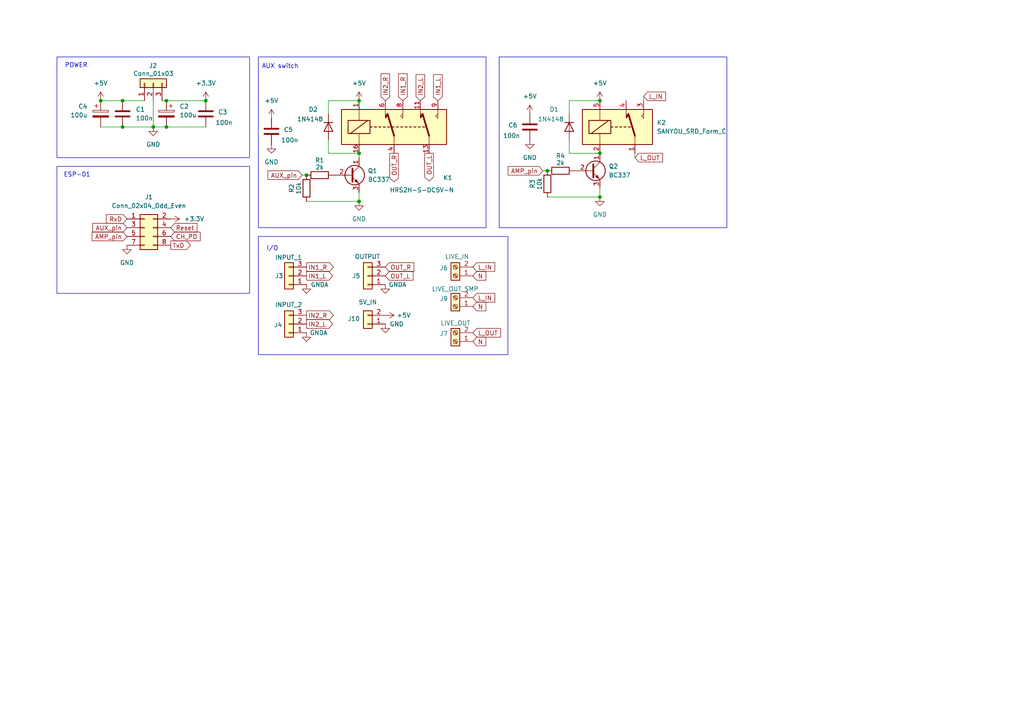
<source format=kicad_sch>
(kicad_sch (version 20231120) (generator "eeschema") (generator_version "8.0")
  (paper "A4")
  (lib_symbols
    (symbol "Connector:Screw_Terminal_01x02" (pin_names (offset 1.016) hide)
      (property "Reference" "J" (at 0 2.54 0))
      (property "Value" "Screw_Terminal_01x02" (at 0 -5.08 0))
      (symbol "Screw_Terminal_01x02_1_1"
        (rectangle (start -1.27 1.27) (end 1.27 -3.81) (stroke (width 0.254)) (fill (type background)))
        (circle (center 0 -2.54) (radius 0.635) (stroke (width 0.1524)))
        (polyline (pts (xy -0.5334 -2.2098) (xy 0.3302 -3.048)) (stroke (width 0.1524)))
        (polyline (pts (xy -0.5334 0.3302) (xy 0.3302 -0.508)) (stroke (width 0.1524)))
        (polyline (pts (xy -0.3556 -2.032) (xy 0.508 -2.8702)) (stroke (width 0.1524)))
        (polyline (pts (xy -0.3556 0.508) (xy 0.508 -0.3302)) (stroke (width 0.1524)))
        (circle (center 0 0) (radius 0.635) (stroke (width 0.1524)))
        (pin passive line (at -5.08 0 0) (length 3.81) (name "Pin_1") (number "1"))
        (pin passive line (at -5.08 -2.54 0) (length 3.81) (name "Pin_2") (number "2"))
      )
    )
    (symbol "Connector_Generic:Conn_01x02" (pin_names (offset 1.016) hide)
      (property "Reference" "J" (at 0 2.54 0))
      (property "Value" "Conn_01x02" (at 0 -5.08 0))
      (symbol "Conn_01x02_1_1"
        (rectangle (start -1.27 -2.413) (end 0 -2.667) (stroke (width 0.1524)))
        (rectangle (start -1.27 0.127) (end 0 -0.127) (stroke (width 0.1524)))
        (rectangle (start -1.27 1.27) (end 1.27 -3.81) (stroke (width 0.254)) (fill (type background)))
        (pin passive line (at -5.08 0 0) (length 3.81) (name "Pin_1") (number "1"))
        (pin passive line (at -5.08 -2.54 0) (length 3.81) (name "Pin_2") (number "2"))
      )
    )
    (symbol "Connector_Generic:Conn_01x03" (pin_names (offset 1.016) hide)
      (property "Reference" "J" (at 0 5.08 0))
      (property "Value" "Conn_01x03" (at 0 -5.08 0))
      (symbol "Conn_01x03_1_1"
        (rectangle (start -1.27 -2.413) (end 0 -2.667) (stroke (width 0.1524)))
        (rectangle (start -1.27 0.127) (end 0 -0.127) (stroke (width 0.1524)))
        (rectangle (start -1.27 2.667) (end 0 2.413) (stroke (width 0.1524)))
        (rectangle (start -1.27 3.81) (end 1.27 -3.81) (stroke (width 0.254)) (fill (type background)))
        (pin passive line (at -5.08 2.54 0) (length 3.81) (name "Pin_1") (number "1"))
        (pin passive line (at -5.08 0 0) (length 3.81) (name "Pin_2") (number "2"))
        (pin passive line (at -5.08 -2.54 0) (length 3.81) (name "Pin_3") (number "3"))
      )
    )
    (symbol "Connector_Generic:Conn_02x04_Odd_Even" (pin_names (offset 1.016) hide)
      (property "Reference" "J" (at 1.27 5.08 0))
      (property "Value" "Conn_02x04_Odd_Even" (at 1.27 -7.62 0))
      (symbol "Conn_02x04_Odd_Even_1_1"
        (rectangle (start -1.27 -4.953) (end 0 -5.207) (stroke (width 0.1524)))
        (rectangle (start -1.27 -2.413) (end 0 -2.667) (stroke (width 0.1524)))
        (rectangle (start -1.27 0.127) (end 0 -0.127) (stroke (width 0.1524)))
        (rectangle (start -1.27 2.667) (end 0 2.413) (stroke (width 0.1524)))
        (rectangle (start -1.27 3.81) (end 3.81 -6.35) (stroke (width 0.254)) (fill (type background)))
        (rectangle (start 3.81 -4.953) (end 2.54 -5.207) (stroke (width 0.1524)))
        (rectangle (start 3.81 -2.413) (end 2.54 -2.667) (stroke (width 0.1524)))
        (rectangle (start 3.81 0.127) (end 2.54 -0.127) (stroke (width 0.1524)))
        (rectangle (start 3.81 2.667) (end 2.54 2.413) (stroke (width 0.1524)))
        (pin passive line (at -5.08 2.54 0) (length 3.81) (name "Pin_1") (number "1"))
        (pin passive line (at 7.62 2.54 180) (length 3.81) (name "Pin_2") (number "2"))
        (pin passive line (at -5.08 0 0) (length 3.81) (name "Pin_3") (number "3"))
        (pin passive line (at 7.62 0 180) (length 3.81) (name "Pin_4") (number "4"))
        (pin passive line (at -5.08 -2.54 0) (length 3.81) (name "Pin_5") (number "5"))
        (pin passive line (at 7.62 -2.54 180) (length 3.81) (name "Pin_6") (number "6"))
        (pin passive line (at -5.08 -5.08 0) (length 3.81) (name "Pin_7") (number "7"))
        (pin passive line (at 7.62 -5.08 180) (length 3.81) (name "Pin_8") (number "8"))
      )
    )
    (symbol "Device:C" (pin_numbers hide) (pin_names (offset 0.254))
      (property "Reference" "C" (at 0.635 2.54 0))
      (property "Value" "C" (at 0.635 -2.54 0))
      (symbol "C_0_1"
        (polyline (pts (xy -2.032 -0.762) (xy 2.032 -0.762)) (stroke (width 0.508)))
        (polyline (pts (xy -2.032 0.762) (xy 2.032 0.762)) (stroke (width 0.508)))
      )
      (symbol "C_1_1"
        (pin passive line (at 0 3.81 270) (length 2.794) (name "~") (number "1"))
        (pin passive line (at 0 -3.81 90) (length 2.794) (name "~") (number "2"))
      )
    )
    (symbol "Device:C_Polarized" (pin_numbers hide) (pin_names (offset 0.254))
      (property "Reference" "C" (at 0.635 2.54 0))
      (property "Value" "C_Polarized" (at 0.635 -2.54 0))
      (symbol "C_Polarized_0_1"
        (rectangle (start -2.286 0.508) (end 2.286 1.016))
        (polyline (pts (xy -1.778 2.286) (xy -0.762 2.286)))
        (polyline (pts (xy -1.27 2.794) (xy -1.27 1.778)))
        (rectangle (start 2.286 -0.508) (end -2.286 -1.016) (fill (type outline)))
      )
      (symbol "C_Polarized_1_1"
        (pin passive line (at 0 3.81 270) (length 2.794) (name "~") (number "1"))
        (pin passive line (at 0 -3.81 90) (length 2.794) (name "~") (number "2"))
      )
    )
    (symbol "Device:R" (pin_numbers hide) (pin_names (offset 0))
      (property "Reference" "R" (at 2.032 0 90))
      (property "Value" "R" (at 0 0 90))
      (symbol "R_0_1"
        (rectangle (start -1.016 -2.54) (end 1.016 2.54) (stroke (width 0.254)))
      )
      (symbol "R_1_1"
        (pin passive line (at 0 3.81 270) (length 1.27) (name "~") (number "1"))
        (pin passive line (at 0 -3.81 90) (length 1.27) (name "~") (number "2"))
      )
    )
    (symbol "Diode:1N4148" (pin_numbers hide) (pin_names hide)
      (property "Reference" "D" (at 0 2.54 0))
      (property "Value" "1N4148" (at 0 -2.54 0))
      (symbol "1N4148_0_1"
        (polyline (pts (xy -1.27 1.27) (xy -1.27 -1.27)) (stroke (width 0.254)))
        (polyline (pts (xy 1.27 0) (xy -1.27 0)))
        (polyline (pts (xy 1.27 1.27) (xy 1.27 -1.27) (xy -1.27 0) (xy 1.27 1.27)) (stroke (width 0.254)))
      )
      (symbol "1N4148_1_1"
        (pin passive line (at -3.81 0 0) (length 2.54) (name "K") (number "1"))
        (pin passive line (at 3.81 0 180) (length 2.54) (name "A") (number "2"))
      )
    )
    (symbol "Relay:G5V-2"
      (property "Reference" "K" (at 16.51 3.81 0))
      (property "Value" "G5V-2" (at 16.51 1.27 0))
      (symbol "G5V-2_0_1"
        (rectangle (start -15.24 5.08) (end 15.24 -5.08) (stroke (width 0.254)) (fill (type background)))
        (rectangle (start -13.335 1.905) (end -6.985 -1.905) (stroke (width 0.254)))
        (polyline (pts (xy -12.7 -1.905) (xy -7.62 1.905)) (stroke (width 0.254)))
        (polyline (pts (xy -10.16 -5.08) (xy -10.16 -1.905)))
        (polyline (pts (xy -10.16 5.08) (xy -10.16 1.905)))
        (polyline (pts (xy -6.985 0) (xy -6.35 0)) (stroke (width 0.254)))
        (polyline (pts (xy -5.715 0) (xy -5.08 0)) (stroke (width 0.254)))
        (polyline (pts (xy -4.445 0) (xy -3.81 0)) (stroke (width 0.254)))
        (polyline (pts (xy -3.175 0) (xy -2.54 0)) (stroke (width 0.254)))
        (polyline (pts (xy -1.905 0) (xy -1.27 0)) (stroke (width 0.254)))
        (polyline (pts (xy -0.635 0) (xy 0 0)) (stroke (width 0.254)))
        (polyline (pts (xy 0 -2.54) (xy -1.905 3.81)) (stroke (width 0.508)))
        (polyline (pts (xy 0 -2.54) (xy 0 -5.08)))
        (polyline (pts (xy 0.635 0) (xy 1.27 0)) (stroke (width 0.254)))
        (polyline (pts (xy 1.905 0) (xy 2.54 0)) (stroke (width 0.254)))
        (polyline (pts (xy 3.175 0) (xy 3.81 0)) (stroke (width 0.254)))
        (polyline (pts (xy 4.445 0) (xy 5.08 0)) (stroke (width 0.254)))
        (polyline (pts (xy 5.715 0) (xy 6.35 0)) (stroke (width 0.254)))
        (polyline (pts (xy 6.985 0) (xy 7.62 0)) (stroke (width 0.254)))
        (polyline (pts (xy 8.255 0) (xy 8.89 0)) (stroke (width 0.254)))
        (polyline (pts (xy 10.16 -2.54) (xy 8.255 3.81)) (stroke (width 0.508)))
        (polyline (pts (xy 10.16 -2.54) (xy 10.16 -5.08)))
        (polyline (pts (xy -2.54 5.08) (xy -2.54 2.54) (xy -1.905 3.175) (xy -2.54 3.81)) (fill (type outline)))
        (polyline (pts (xy 2.54 5.08) (xy 2.54 2.54) (xy 1.905 3.175) (xy 2.54 3.81)))
        (polyline (pts (xy 7.62 5.08) (xy 7.62 2.54) (xy 8.255 3.175) (xy 7.62 3.81)) (fill (type outline)))
        (polyline (pts (xy 12.7 5.08) (xy 12.7 2.54) (xy 12.065 3.175) (xy 12.7 3.81)))
      )
      (symbol "G5V-2_1_1"
        (pin passive line (at -10.16 7.62 270) (length 2.54) (name "~") (number "1"))
        (pin passive line (at 7.62 7.62 270) (length 2.54) (name "~") (number "11"))
        (pin passive line (at 10.16 -7.62 90) (length 2.54) (name "~") (number "13"))
        (pin passive line (at -10.16 -7.62 90) (length 2.54) (name "~") (number "16"))
        (pin passive line (at 0 -7.62 90) (length 2.54) (name "~") (number "4"))
        (pin passive line (at -2.54 7.62 270) (length 2.54) (name "~") (number "6"))
        (pin passive line (at 2.54 7.62 270) (length 2.54) (name "~") (number "8"))
        (pin passive line (at 12.7 7.62 270) (length 2.54) (name "~") (number "9"))
      )
    )
    (symbol "Relay:SANYOU_SRD_Form_C"
      (property "Reference" "K" (at 11.43 3.81 0))
      (property "Value" "SANYOU_SRD_Form_C" (at 11.43 1.27 0))
      (symbol "SANYOU_SRD_Form_C_0_0"
        (polyline (pts (xy 7.62 5.08) (xy 7.62 2.54) (xy 6.985 3.175) (xy 7.62 3.81)))
      )
      (symbol "SANYOU_SRD_Form_C_0_1"
        (rectangle (start -10.16 5.08) (end 10.16 -5.08) (stroke (width 0.254)) (fill (type background)))
        (rectangle (start -8.255 1.905) (end -1.905 -1.905) (stroke (width 0.254)))
        (polyline (pts (xy -7.62 -1.905) (xy -2.54 1.905)) (stroke (width 0.254)))
        (polyline (pts (xy -5.08 -5.08) (xy -5.08 -1.905)))
        (polyline (pts (xy -5.08 5.08) (xy -5.08 1.905)))
        (polyline (pts (xy -1.905 0) (xy -1.27 0)) (stroke (width 0.254)))
        (polyline (pts (xy -0.635 0) (xy 0 0)) (stroke (width 0.254)))
        (polyline (pts (xy 0.635 0) (xy 1.27 0)) (stroke (width 0.254)))
        (polyline (pts (xy 1.905 0) (xy 2.54 0)) (stroke (width 0.254)))
        (polyline (pts (xy 3.175 0) (xy 3.81 0)) (stroke (width 0.254)))
        (polyline (pts (xy 5.08 -2.54) (xy 3.175 3.81)) (stroke (width 0.508)))
        (polyline (pts (xy 5.08 -2.54) (xy 5.08 -5.08)))
      )
      (symbol "SANYOU_SRD_Form_C_1_1"
        (polyline (pts (xy 2.54 3.81) (xy 3.175 3.175) (xy 2.54 2.54) (xy 2.54 5.08)) (fill (type outline)))
        (pin passive line (at 5.08 -7.62 90) (length 2.54) (name "~") (number "1"))
        (pin passive line (at -5.08 -7.62 90) (length 2.54) (name "~") (number "2"))
        (pin passive line (at 7.62 7.62 270) (length 2.54) (name "~") (number "3"))
        (pin passive line (at 2.54 7.62 270) (length 2.54) (name "~") (number "4"))
        (pin passive line (at -5.08 7.62 270) (length 2.54) (name "~") (number "5"))
      )
    )
    (symbol "Transistor_BJT:BC337" (pin_names (offset 0) hide)
      (property "Reference" "Q" (at 5.08 1.905 0))
      (property "Value" "BC337" (at 5.08 0 0))
      (symbol "BC337_0_1"
        (polyline (pts (xy 0 0) (xy 0.635 0)))
        (polyline (pts (xy 0.635 0.635) (xy 2.54 2.54)))
        (polyline (pts (xy 0.635 -0.635) (xy 2.54 -2.54) (xy 2.54 -2.54)))
        (polyline (pts (xy 0.635 1.905) (xy 0.635 -1.905) (xy 0.635 -1.905)) (stroke (width 0.508)))
        (polyline (pts (xy 1.27 -1.778) (xy 1.778 -1.27) (xy 2.286 -2.286) (xy 1.27 -1.778) (xy 1.27 -1.778)) (fill (type outline)))
        (circle (center 1.27 0) (radius 2.8194) (stroke (width 0.254)))
      )
      (symbol "BC337_1_1"
        (pin passive line (at 2.54 5.08 270) (length 2.54) (name "C") (number "1"))
        (pin input line (at -5.08 0 0) (length 5.08) (name "B") (number "2"))
        (pin passive line (at 2.54 -5.08 90) (length 2.54) (name "E") (number "3"))
      )
    )
    (symbol "power:+3.3V" (power) (pin_numbers hide) (pin_names (offset 0) hide)
      (property "Value" "+3.3V" (at 0 3.556 0))
      (symbol "+3.3V_0_1"
        (polyline (pts (xy -0.762 1.27) (xy 0 2.54)))
        (polyline (pts (xy 0 0) (xy 0 2.54)))
        (polyline (pts (xy 0 2.54) (xy 0.762 1.27)))
      )
      (symbol "+3.3V_1_1"
        (pin power_in line (at 0 0 90) (length 0) (name "~") (number "1"))
      )
    )
    (symbol "power:+5V" (power) (pin_numbers hide) (pin_names (offset 0) hide)
      (property "Value" "+5V" (at 0 3.556 0))
      (symbol "+5V_0_1"
        (polyline (pts (xy -0.762 1.27) (xy 0 2.54)))
        (polyline (pts (xy 0 0) (xy 0 2.54)))
        (polyline (pts (xy 0 2.54) (xy 0.762 1.27)))
      )
      (symbol "+5V_1_1"
        (pin power_in line (at 0 0 90) (length 0) (name "~") (number "1"))
      )
    )
    (symbol "power:GND" (power) (pin_numbers hide) (pin_names (offset 0) hide)
      (property "Value" "GND" (at 0 -3.81 0))
      (symbol "GND_0_1"
        (polyline (pts (xy 0 0) (xy 0 -1.27) (xy 1.27 -1.27) (xy 0 -2.54) (xy -1.27 -1.27) (xy 0 -1.27)))
      )
      (symbol "GND_1_1"
        (pin power_in line (at 0 0 270) (length 0) (name "~") (number "1"))
      )
    )
    (symbol "power:GNDA" (power) (pin_numbers hide) (pin_names (offset 0) hide)
      (property "Value" "GNDA" (at 0 -3.81 0))
      (symbol "GNDA_0_1"
        (polyline (pts (xy 0 0) (xy 0 -1.27) (xy 1.27 -1.27) (xy 0 -2.54) (xy -1.27 -1.27) (xy 0 -1.27)))
      )
      (symbol "GNDA_1_1"
        (pin power_in line (at 0 0 270) (length 0) (name "~") (number "1"))
      )
    )
  )
  (junction (at 173.99 57.15))
  (junction (at 173.99 44.45))
  (junction (at 44.45 36.83))
  (junction (at 104.14 44.45))
  (junction (at 104.14 29.21))
  (junction (at 104.14 58.42))
  (junction (at 158.75 49.53))
  (junction (at 173.99 29.21))
  (junction (at 59.69 29.21))
  (junction (at 48.26 29.21))
  (junction (at 88.9 50.8))
  (junction (at 48.26 36.83))
  (junction (at 35.56 29.21))
  (junction (at 29.21 29.21))
  (junction (at 35.56 36.83))
  (wire (pts (xy 104.14 58.42) (xy 104.14 55.88)))
  (wire (pts (xy 95.25 29.21) (xy 104.14 29.21)))
  (wire (pts (xy 184.15 45.72) (xy 184.15 44.45)))
  (wire (pts (xy 48.26 29.21) (xy 59.69 29.21)))
  (wire (pts (xy 87.63 50.8) (xy 88.9 50.8)))
  (wire (pts (xy 35.56 29.21) (xy 41.91 29.21)))
  (wire (pts (xy 35.56 36.83) (xy 44.45 36.83)))
  (wire (pts (xy 35.56 29.21) (xy 29.21 29.21)))
  (wire (pts (xy 46.99 29.21) (xy 48.26 29.21)))
  (wire (pts (xy 44.45 36.83) (xy 48.26 36.83)))
  (wire (pts (xy 104.14 44.45) (xy 104.14 45.72)))
  (wire (pts (xy 88.9 58.42) (xy 104.14 58.42)))
  (wire (pts (xy 165.1 33.02) (xy 165.1 29.21)))
  (wire (pts (xy 95.25 44.45) (xy 95.25 40.64)))
  (wire (pts (xy 95.25 33.02) (xy 95.25 29.21)))
  (wire (pts (xy 165.1 44.45) (xy 165.1 40.64)))
  (wire (pts (xy 157.48 49.53) (xy 158.75 49.53)))
  (wire (pts (xy 173.99 54.61) (xy 173.99 57.15)))
  (wire (pts (xy 186.69 27.94) (xy 186.69 29.21)))
  (wire (pts (xy 173.99 44.45) (xy 165.1 44.45)))
  (wire (pts (xy 104.14 44.45) (xy 95.25 44.45)))
  (wire (pts (xy 44.45 29.21) (xy 44.45 36.83)))
  (wire (pts (xy 29.21 36.83) (xy 35.56 36.83)))
  (wire (pts (xy 165.1 29.21) (xy 173.99 29.21)))
  (wire (pts (xy 158.75 57.15) (xy 173.99 57.15)))
  (wire (pts (xy 48.26 36.83) (xy 59.69 36.83)))
  (rectangle (start 16.51 16.51) (end 72.39 45.72))
  (rectangle (start 74.93 16.51) (end 140.97 66.04))
  (rectangle (start 16.51 48.26) (end 72.39 85.09))
  (rectangle (start 74.93 68.58) (end 147.32 102.87))
  (rectangle (start 144.78 16.51) (end 210.82 66.04))
  (text "AUX switch\n" (at 81.28 19.304 0) (effects (font (size 1.27 1.27))))
  (text "POWER\n" (at 22.098 19.05 0) (effects (font (size 1.27 1.27))))
  (text "I/O\n" (at 78.994 72.136 0) (effects (font (size 1.27 1.27))))
  (text "ESP-01\n" (at 22.352 50.8 0) (effects (font (size 1.27 1.27))))
  (global_label "IN2_R" (shape output) (at 88.9 91.44 0) (property "Intersheetrefs" "${INTERSHEET_REFS}" (effects (hide yes))))
  (global_label "IN2_L" (shape output) (at 88.9 93.98 0) (property "Intersheetrefs" "${INTERSHEET_REFS}" (effects (hide yes))))
  (global_label "RxD" (shape input) (at 36.83 63.5 180) (property "Intersheetrefs" "${INTERSHEET_REFS}" (effects (hide yes))))
  (global_label "AUX_pin" (shape input) (at 87.63 50.8 180) (property "Intersheetrefs" "${INTERSHEET_REFS}" (effects (hide yes))))
  (global_label "L_OUT" (shape input) (at 184.15 45.72 0) (property "Intersheetrefs" "${INTERSHEET_REFS}" (effects (hide yes))))
  (global_label "AUX_pin" (shape input) (at 36.83 66.04 180) (property "Intersheetrefs" "${INTERSHEET_REFS}" (effects (hide yes))))
  (global_label "N" (shape input) (at 137.16 88.9 0) (property "Intersheetrefs" "${INTERSHEET_REFS}" (effects (hide yes))))
  (global_label "OUT_L" (shape input) (at 111.76 80.01 0) (property "Intersheetrefs" "${INTERSHEET_REFS}" (effects (hide yes))))
  (global_label "N" (shape input) (at 137.16 80.01 0) (property "Intersheetrefs" "${INTERSHEET_REFS}" (effects (hide yes))))
  (global_label "TxD" (shape output) (at 49.53 71.12 0) (property "Intersheetrefs" "${INTERSHEET_REFS}" (effects (hide yes))))
  (global_label "IN2_L" (shape input) (at 121.92 29.21 90) (property "Intersheetrefs" "${INTERSHEET_REFS}" (effects (hide yes))))
  (global_label "OUT_R" (shape output) (at 114.3 44.45 270) (property "Intersheetrefs" "${INTERSHEET_REFS}" (effects (hide yes))))
  (global_label "IN1_R" (shape input) (at 116.84 29.21 90) (property "Intersheetrefs" "${INTERSHEET_REFS}" (effects (hide yes))))
  (global_label "L_IN" (shape input) (at 137.16 77.47 0) (property "Intersheetrefs" "${INTERSHEET_REFS}" (effects (hide yes))))
  (global_label "CH_PD" (shape input) (at 49.53 68.58 0) (property "Intersheetrefs" "${INTERSHEET_REFS}" (effects (hide yes))))
  (global_label "AMP_pin" (shape input) (at 157.48 49.53 180) (property "Intersheetrefs" "${INTERSHEET_REFS}" (effects (hide yes))))
  (global_label "L_IN" (shape input) (at 186.69 27.94 0) (property "Intersheetrefs" "${INTERSHEET_REFS}" (effects (hide yes))))
  (global_label "IN2_R" (shape input) (at 111.76 29.21 90) (property "Intersheetrefs" "${INTERSHEET_REFS}" (effects (hide yes))))
  (global_label "IN1_R" (shape output) (at 88.9 77.47 0) (property "Intersheetrefs" "${INTERSHEET_REFS}" (effects (hide yes))))
  (global_label "L_IN" (shape input) (at 137.16 86.36 0) (property "Intersheetrefs" "${INTERSHEET_REFS}" (effects (hide yes))))
  (global_label "IN1_L" (shape input) (at 127 29.21 90) (property "Intersheetrefs" "${INTERSHEET_REFS}" (effects (hide yes))))
  (global_label "OUT_R" (shape input) (at 111.76 77.47 0) (property "Intersheetrefs" "${INTERSHEET_REFS}" (effects (hide yes))))
  (global_label "Reset" (shape input) (at 49.53 66.04 0) (property "Intersheetrefs" "${INTERSHEET_REFS}" (effects (hide yes))))
  (global_label "IN1_L" (shape output) (at 88.9 80.01 0) (property "Intersheetrefs" "${INTERSHEET_REFS}" (effects (hide yes))))
  (global_label "L_OUT" (shape input) (at 137.16 96.52 0) (property "Intersheetrefs" "${INTERSHEET_REFS}" (effects (hide yes))))
  (global_label "AMP_pin" (shape input) (at 36.83 68.58 180) (property "Intersheetrefs" "${INTERSHEET_REFS}" (effects (hide yes))))
  (global_label "N" (shape input) (at 137.16 99.06 0) (property "Intersheetrefs" "${INTERSHEET_REFS}" (effects (hide yes))))
  (global_label "OUT_L" (shape output) (at 124.46 44.45 270) (property "Intersheetrefs" "${INTERSHEET_REFS}" (effects (hide yes))))
  (symbol (lib_id "power:+3.3V") (at 49.53 63.5 270) (unit 1)
    (property "Reference" "#PWR02" (effects (hide yes)))
    (property "Value" "+3.3V" (at 53.34 63.4999 90) (effects (justify left)))
    (property "Description" "Power symbol creates a global label with name \"+3.3V\"" (effects (hide yes)))
  )
  (symbol (lib_id "power:GNDA") (at 111.76 82.55 0) (unit 1)
    (property "Reference" "#PWR018" (effects (hide yes)))
    (property "Value" "GNDA" (at 115.316 82.55 0))
    (property "Description" "Power symbol creates a global label with name \"GNDA\" , analog ground" (effects (hide yes)))
  )
  (symbol (lib_id "power:GND") (at 173.99 57.15 0) (mirror y) (unit 1)
    (property "Reference" "#PWR010" (effects (hide yes)))
    (property "Value" "GND" (at 173.99 62.23 0))
    (property "Description" "Power symbol creates a global label with name \"GND\" , ground" (effects (hide yes)))
  )
  (symbol (lib_id "Connector_Generic:Conn_01x03") (at 83.82 80.01 180) (unit 1)
    (property "Reference" "J3" (at 79.756 80.01 0) (effects (justify right)))
    (property "Value" "INPUT_1" (at 79.756 74.676 0) (effects (justify right)))
    (property "Footprint" "Connector:FanPinHeader_1x03_P2.54mm_Vertical" (effects (hide yes)))
    (property "Description" "Generic connector, single row, 01x03, script generated (kicad-library-utils/schlib/autogen/connector/)" (effects (hide yes)))
  )
  (symbol (lib_id "Connector_Generic:Conn_01x03") (at 106.68 80.01 180) (unit 1)
    (property "Reference" "J5" (at 102.108 80.01 0) (effects (justify right)))
    (property "Value" "OUTPUT" (at 102.87 74.422 0) (effects (justify right)))
    (property "Footprint" "Connector:FanPinHeader_1x03_P2.54mm_Vertical" (effects (hide yes)))
    (property "Description" "Generic connector, single row, 01x03, script generated (kicad-library-utils/schlib/autogen/connector/)" (effects (hide yes)))
  )
  (symbol (lib_id "Connector_Generic:Conn_02x04_Odd_Even") (at 41.91 66.04 0) (unit 1)
    (property "Reference" "J1" (at 43.18 57.15 0))
    (property "Value" "Conn_02x04_Odd_Even" (at 43.18 59.69 0))
    (property "Footprint" "Connector_PinHeader_2.54mm:PinHeader_2x04_P2.54mm_Vertical" (effects (hide yes)))
    (property "Description" "Generic connector, double row, 02x04, odd/even pin numbering scheme (row 1 odd numbers, row 2 even numbers), script generated (kicad-library-utils/schlib/autogen/connector/)" (effects (hide yes)))
  )
  (symbol (lib_id "Device:C_Polarized") (at 29.21 33.02 0) (unit 1)
    (property "Reference" "C4" (at 25.4 30.8609 0) (effects (justify right)))
    (property "Value" "100u" (at 25.4 33.4009 0) (effects (justify right)))
    (property "Footprint" "Capacitor_THT:CP_Radial_Tantal_D4.5mm_P2.50mm" (effects (hide yes)))
    (property "Description" "Polarized capacitor" (effects (hide yes)))
  )
  (symbol (lib_id "Device:R") (at 162.56 49.53 90) (unit 1)
    (property "Reference" "R4" (at 162.56 45.212 90))
    (property "Value" "2k" (at 162.56 47.244 90))
    (property "Footprint" "Resistor_THT:R_Axial_DIN0204_L3.6mm_D1.6mm_P5.08mm_Horizontal" (effects (hide yes)))
    (property "Description" "Resistor" (effects (hide yes)))
  )
  (symbol (lib_id "Diode:1N4148") (at 95.25 36.83 90) (mirror x) (unit 1)
    (property "Reference" "D2" (at 92.202 31.75 90) (effects (justify left)))
    (property "Value" "1N4148" (at 93.726 34.544 90) (effects (justify left)))
    (property "Footprint" "Diode_THT:D_DO-35_SOD27_P7.62mm_Horizontal" (effects (hide yes)))
    (property "Datasheet" "https://assets.nexperia.com/documents/data-sheet/1N4148_1N4448.pdf" (effects (hide yes)))
    (property "Description" "100V 0.15A standard switching diode, DO-35" (effects (hide yes)))
    (property "Sim.Device" "D" (effects (hide yes)))
    (property "Sim.Pins" "1=K 2=A" (effects (hide yes)))
  )
  (symbol (lib_id "power:+5V") (at 111.76 91.44 270) (mirror x) (unit 1)
    (property "Reference" "#PWR016" (effects (hide yes)))
    (property "Value" "+5V" (at 117.094 91.44 90))
    (property "Description" "Power symbol creates a global label with name \"+5V\"" (effects (hide yes)))
  )
  (symbol (lib_id "power:GNDA") (at 88.9 96.52 0) (unit 1)
    (property "Reference" "#PWR015" (effects (hide yes)))
    (property "Value" "GNDA" (at 92.456 96.52 0))
    (property "Description" "Power symbol creates a global label with name \"GNDA\" , analog ground" (effects (hide yes)))
  )
  (symbol (lib_id "Transistor_BJT:BC337") (at 101.6 50.8 0) (unit 1)
    (property "Reference" "Q1" (at 106.68 49.5299 0) (effects (justify left)))
    (property "Value" "BC337" (at 106.68 52.0699 0) (effects (justify left)))
    (property "Footprint" "Package_TO_SOT_THT:TO-92_Inline" (effects (hide yes)))
    (property "Datasheet" "https://diotec.com/tl_files/diotec/files/pdf/datasheets/bc337.pdf" (effects (hide yes)))
    (property "Description" "0.8A Ic, 45V Vce, NPN Transistor, TO-92" (effects (hide yes)))
  )
  (symbol (lib_id "power:GND") (at 36.83 71.12 0) (unit 1)
    (property "Reference" "#PWR01" (effects (hide yes)))
    (property "Value" "GND" (at 36.83 76.2 0))
    (property "Description" "Power symbol creates a global label with name \"GND\" , ground" (effects (hide yes)))
  )
  (symbol (lib_id "power:+5V") (at 104.14 29.21 0) (mirror y) (unit 1)
    (property "Reference" "#PWR07" (effects (hide yes)))
    (property "Value" "+5V" (at 104.14 24.13 0))
    (property "Description" "Power symbol creates a global label with name \"+5V\"" (effects (hide yes)))
  )
  (symbol (lib_id "Relay:G5V-2") (at 114.3 36.83 0) (unit 1)
    (property "Reference" "K1" (at 128.524 51.562 0) (effects (justify left)))
    (property "Value" "HRS2H-S-DC5V-N" (at 113.03 55.118 0) (effects (justify left)))
    (property "Footprint" "Relay_THT:Relay_DPDT_Omron_G5V-2" (effects (hide yes)))
    (property "Datasheet" "http://omronfs.omron.com/en_US/ecb/products/pdf/en-g5v_2.pdf" (effects (hide yes)))
    (property "Description" "Relay Miniature Omron DPDT" (effects (hide yes)))
  )
  (symbol (lib_id "power:+5V") (at 29.21 29.21 0) (unit 1)
    (property "Reference" "#PWR03" (effects (hide yes)))
    (property "Value" "+5V" (at 29.21 24.13 0))
    (property "Description" "Power symbol creates a global label with name \"+5V\"" (effects (hide yes)))
  )
  (symbol (lib_id "power:+5V") (at 173.99 29.21 0) (mirror y) (unit 1)
    (property "Reference" "#PWR011" (effects (hide yes)))
    (property "Value" "+5V" (at 173.99 24.13 0))
    (property "Description" "Power symbol creates a global label with name \"+5V\"" (effects (hide yes)))
  )
  (symbol (lib_id "power:GND") (at 104.14 58.42 0) (mirror y) (unit 1)
    (property "Reference" "#PWR06" (effects (hide yes)))
    (property "Value" "GND" (at 104.14 63.5 0))
    (property "Description" "Power symbol creates a global label with name \"GND\" , ground" (effects (hide yes)))
  )
  (symbol (lib_id "Device:C") (at 153.67 36.83 0) (unit 1)
    (property "Reference" "C6" (at 150.114 36.322 0) (effects (justify right)))
    (property "Value" "100n" (at 150.876 39.37 0) (effects (justify right)))
    (property "Footprint" "Capacitor_THT:C_Disc_D4.3mm_W1.9mm_P5.00mm" (effects (hide yes)))
    (property "Description" "Unpolarized capacitor" (effects (hide yes)))
  )
  (symbol (lib_id "power:+3.3V") (at 59.69 29.21 0) (unit 1)
    (property "Reference" "#PWR05" (effects (hide yes)))
    (property "Value" "+3.3V" (at 59.69 24.13 0))
    (property "Description" "Power symbol creates a global label with name \"+3.3V\"" (effects (hide yes)))
  )
  (symbol (lib_id "Device:R") (at 92.71 50.8 90) (unit 1)
    (property "Reference" "R1" (at 92.71 46.482 90))
    (property "Value" "2k" (at 92.71 48.514 90))
    (property "Footprint" "Resistor_THT:R_Axial_DIN0204_L3.6mm_D1.6mm_P5.08mm_Horizontal" (effects (hide yes)))
    (property "Description" "Resistor" (effects (hide yes)))
  )
  (symbol (lib_id "power:GND") (at 153.67 40.64 0) (unit 1)
    (property "Reference" "#PWR013" (effects (hide yes)))
    (property "Value" "GND" (at 153.67 45.72 0))
    (property "Description" "Power symbol creates a global label with name \"GND\" , ground" (effects (hide yes)))
  )
  (symbol (lib_id "power:+5V") (at 153.67 33.02 0) (unit 1)
    (property "Reference" "#PWR012" (effects (hide yes)))
    (property "Value" "+5V" (at 153.67 27.94 0))
    (property "Description" "Power symbol creates a global label with name \"+5V\"" (effects (hide yes)))
  )
  (symbol (lib_id "power:GND") (at 78.74 41.91 0) (mirror y) (unit 1)
    (property "Reference" "#PWR09" (effects (hide yes)))
    (property "Value" "GND" (at 78.74 46.99 0))
    (property "Description" "Power symbol creates a global label with name \"GND\" , ground" (effects (hide yes)))
  )
  (symbol (lib_id "Connector_Generic:Conn_01x03") (at 44.45 24.13 90) (unit 1)
    (property "Reference" "J2" (at 43.18 19.05 90) (effects (justify right)))
    (property "Value" "Conn_01x03" (at 38.608 21.336 90) (effects (justify right)))
    (property "Footprint" "Connector_PinSocket_1.27mm:PinSocket_1x03_P1.27mm_Vertical" (effects (hide yes)))
    (property "Description" "Generic connector, single row, 01x03, script generated (kicad-library-utils/schlib/autogen/connector/)" (effects (hide yes)))
  )
  (symbol (lib_id "Relay:SANYOU_SRD_Form_C") (at 179.07 36.83 0) (unit 1)
    (property "Reference" "K2" (at 190.5 35.5599 0) (effects (justify left)))
    (property "Value" "SANYOU_SRD_Form_C" (at 190.5 38.0999 0) (effects (justify left)))
    (property "Footprint" "Relay_THT:Relay_SPDT_SANYOU_SRD_Series_Form_C" (effects (hide yes)))
    (property "Datasheet" "http://www.sanyourelay.ca/public/products/pdf/SRD.pdf" (effects (hide yes)))
    (property "Description" "Sanyo SRD relay, Single Pole Miniature Power Relay," (effects (hide yes)))
  )
  (symbol (lib_id "Connector_Generic:Conn_01x03") (at 83.82 93.98 180) (unit 1)
    (property "Reference" "J4" (at 79.502 94.234 0) (effects (justify right)))
    (property "Value" "INPUT_2" (at 79.756 88.392 0) (effects (justify right)))
    (property "Footprint" "Connector:FanPinHeader_1x03_P2.54mm_Vertical" (effects (hide yes)))
    (property "Description" "Generic connector, single row, 01x03, script generated (kicad-library-utils/schlib/autogen/connector/)" (effects (hide yes)))
  )
  (symbol (lib_id "Device:C") (at 78.74 38.1 0) (mirror y) (unit 1)
    (property "Reference" "C5" (at 82.296 37.592 0) (effects (justify right)))
    (property "Value" "100n" (at 81.534 40.64 0) (effects (justify right)))
    (property "Footprint" "Capacitor_THT:C_Disc_D4.3mm_W1.9mm_P5.00mm" (effects (hide yes)))
    (property "Description" "Unpolarized capacitor" (effects (hide yes)))
  )
  (symbol (lib_id "Device:C") (at 59.69 33.02 0) (mirror y) (unit 1)
    (property "Reference" "C3" (at 63.246 32.512 0) (effects (justify right)))
    (property "Value" "100n" (at 62.484 35.56 0) (effects (justify right)))
    (property "Footprint" "Capacitor_THT:C_Disc_D4.3mm_W1.9mm_P5.00mm" (effects (hide yes)))
    (property "Description" "Unpolarized capacitor" (effects (hide yes)))
  )
  (symbol (lib_id "power:GND") (at 111.76 93.98 0) (unit 1)
    (property "Reference" "#PWR017" (effects (hide yes)))
    (property "Value" "GND" (at 115.062 93.98 0))
    (property "Description" "Power symbol creates a global label with name \"GND\" , ground" (effects (hide yes)))
  )
  (symbol (lib_id "power:+5V") (at 78.74 34.29 0) (mirror y) (unit 1)
    (property "Reference" "#PWR08" (effects (hide yes)))
    (property "Value" "+5V" (at 78.74 29.21 0))
    (property "Description" "Power symbol creates a global label with name \"+5V\"" (effects (hide yes)))
  )
  (symbol (lib_id "Device:R") (at 88.9 54.61 180) (unit 1)
    (property "Reference" "R2" (at 84.582 54.61 90))
    (property "Value" "10k" (at 86.614 54.61 90))
    (property "Footprint" "Resistor_THT:R_Axial_DIN0204_L3.6mm_D1.6mm_P5.08mm_Horizontal" (effects (hide yes)))
    (property "Description" "Resistor" (effects (hide yes)))
  )
  (symbol (lib_id "power:GND") (at 44.45 36.83 0) (unit 1)
    (property "Reference" "#PWR04" (effects (hide yes)))
    (property "Value" "GND" (at 44.45 41.91 0))
    (property "Description" "Power symbol creates a global label with name \"GND\" , ground" (effects (hide yes)))
  )
  (symbol (lib_id "Diode:1N4148") (at 165.1 36.83 90) (mirror x) (unit 1)
    (property "Reference" "D1" (at 162.052 31.75 90) (effects (justify left)))
    (property "Value" "1N4148" (at 163.576 34.544 90) (effects (justify left)))
    (property "Footprint" "Diode_THT:D_DO-35_SOD27_P7.62mm_Horizontal" (effects (hide yes)))
    (property "Datasheet" "https://assets.nexperia.com/documents/data-sheet/1N4148_1N4448.pdf" (effects (hide yes)))
    (property "Description" "100V 0.15A standard switching diode, DO-35" (effects (hide yes)))
    (property "Sim.Device" "D" (effects (hide yes)))
    (property "Sim.Pins" "1=K 2=A" (effects (hide yes)))
  )
  (symbol (lib_id "Connector_Generic:Conn_01x02") (at 106.68 93.98 180) (unit 1)
    (property "Reference" "J10" (at 102.616 92.456 0))
    (property "Value" "5V_IN" (at 106.68 87.63 0))
    (property "Footprint" "Connector_JST:JST_EH_B2B-EH-A_1x02_P2.50mm_Vertical" (effects (hide yes)))
    (property "Description" "Generic connector, single row, 01x02, script generated (kicad-library-utils/schlib/autogen/connector/)" (effects (hide yes)))
  )
  (symbol (lib_id "Device:C") (at 35.56 33.02 0) (mirror y) (unit 1)
    (property "Reference" "C1" (at 39.37 31.7499 0) (effects (justify right)))
    (property "Value" "100n" (at 39.37 34.2899 0) (effects (justify right)))
    (property "Footprint" "Capacitor_THT:C_Disc_D4.3mm_W1.9mm_P5.00mm" (effects (hide yes)))
    (property "Description" "Unpolarized capacitor" (effects (hide yes)))
  )
  (symbol (lib_id "Transistor_BJT:BC337") (at 171.45 49.53 0) (unit 1)
    (property "Reference" "Q2" (at 176.53 48.2599 0) (effects (justify left)))
    (property "Value" "BC337" (at 176.53 50.7999 0) (effects (justify left)))
    (property "Footprint" "Package_TO_SOT_THT:TO-92_Inline" (effects (hide yes)))
    (property "Datasheet" "https://diotec.com/tl_files/diotec/files/pdf/datasheets/bc337.pdf" (effects (hide yes)))
    (property "Description" "0.8A Ic, 45V Vce, NPN Transistor, TO-92" (effects (hide yes)))
  )
  (symbol (lib_id "power:GNDA") (at 88.9 82.55 0) (unit 1)
    (property "Reference" "#PWR014" (effects (hide yes)))
    (property "Value" "GNDA" (at 92.71 82.55 0))
    (property "Description" "Power symbol creates a global label with name \"GNDA\" , analog ground" (effects (hide yes)))
  )
  (symbol (lib_id "Connector:Screw_Terminal_01x02") (at 132.08 88.9 180) (unit 1)
    (property "Reference" "J9" (at 127.508 86.614 0) (effects (justify right)))
    (property "Value" "LIVE_OUT_SMP" (at 125.222 83.82 0) (effects (justify right)))
    (property "Footprint" "TerminalBlock_Altech:Altech_AK100_1x02_P5.00mm" (effects (hide yes)))
    (property "Description" "Generic screw terminal, single row, 01x02, script generated (kicad-library-utils/schlib/autogen/connector/)" (effects (hide yes)))
  )
  (symbol (lib_id "Connector:Screw_Terminal_01x02") (at 132.08 80.01 180) (unit 1)
    (property "Reference" "J6" (at 127.508 77.724 0) (effects (justify right)))
    (property "Value" "LIVE_IN" (at 129.032 74.422 0) (effects (justify right)))
    (property "Footprint" "TerminalBlock_Altech:Altech_AK100_1x02_P5.00mm" (effects (hide yes)))
    (property "Description" "Generic screw terminal, single row, 01x02, script generated (kicad-library-utils/schlib/autogen/connector/)" (effects (hide yes)))
  )
  (symbol (lib_id "Device:R") (at 158.75 53.34 180) (unit 1)
    (property "Reference" "R3" (at 154.432 53.34 90))
    (property "Value" "10k" (at 156.464 53.34 90))
    (property "Footprint" "Resistor_THT:R_Axial_DIN0204_L3.6mm_D1.6mm_P5.08mm_Horizontal" (effects (hide yes)))
    (property "Description" "Resistor" (effects (hide yes)))
  )
  (symbol (lib_id "Connector:Screw_Terminal_01x02") (at 132.08 99.06 180) (unit 1)
    (property "Reference" "J7" (at 127.508 96.774 0) (effects (justify right)))
    (property "Value" "LIVE_OUT" (at 127.762 93.726 0) (effects (justify right)))
    (property "Footprint" "TerminalBlock_Altech:Altech_AK100_1x02_P5.00mm" (effects (hide yes)))
    (property "Description" "Generic screw terminal, single row, 01x02, script generated (kicad-library-utils/schlib/autogen/connector/)" (effects (hide yes)))
  )
  (symbol (lib_id "Device:C_Polarized") (at 48.26 33.02 0) (mirror y) (unit 1)
    (property "Reference" "C2" (at 52.07 30.8609 0) (effects (justify right)))
    (property "Value" "100u" (at 52.07 33.4009 0) (effects (justify right)))
    (property "Footprint" "Capacitor_THT:CP_Radial_Tantal_D4.5mm_P2.50mm" (effects (hide yes)))
    (property "Description" "Polarized capacitor" (effects (hide yes)))
  )
)
</source>
